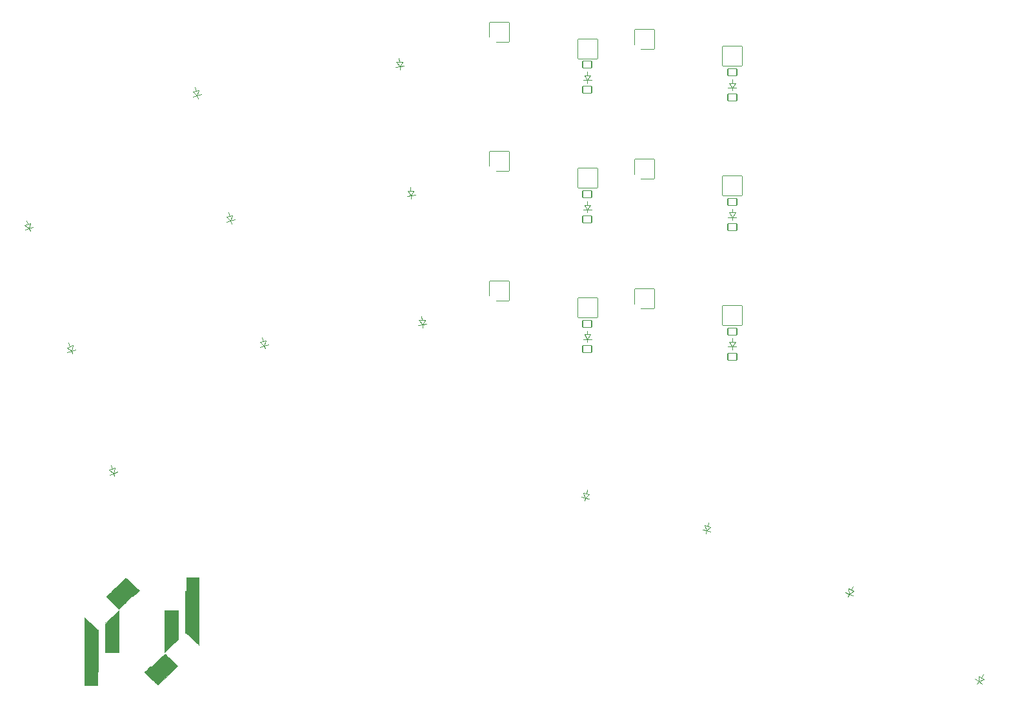
<source format=gbo>
%TF.GenerationSoftware,KiCad,Pcbnew,5.99.0-unknown-fa82fcb809~131~ubuntu20.04.1*%
%TF.CreationDate,2021-09-08T19:53:08+02:00*%
%TF.ProjectId,tuck-n-roll,7475636b-2d6e-42d7-926f-6c6c2e6b6963,VERSION_HERE*%
%TF.SameCoordinates,Original*%
%TF.FileFunction,Legend,Bot*%
%TF.FilePolarity,Positive*%
%FSLAX46Y46*%
G04 Gerber Fmt 4.6, Leading zero omitted, Abs format (unit mm)*
G04 Created by KiCad (PCBNEW 5.99.0-unknown-fa82fcb809~131~ubuntu20.04.1) date 2021-09-08 19:53:08*
%MOMM*%
%LPD*%
G01*
G04 APERTURE LIST*
G04 Aperture macros list*
%AMRoundRect*
0 Rectangle with rounded corners*
0 $1 Rounding radius*
0 $2 $3 $4 $5 $6 $7 $8 $9 X,Y pos of 4 corners*
0 Add a 4 corners polygon primitive as box body*
4,1,4,$2,$3,$4,$5,$6,$7,$8,$9,$2,$3,0*
0 Add four circle primitives for the rounded corners*
1,1,$1+$1,$2,$3*
1,1,$1+$1,$4,$5*
1,1,$1+$1,$6,$7*
1,1,$1+$1,$8,$9*
0 Add four rect primitives between the rounded corners*
20,1,$1+$1,$2,$3,$4,$5,0*
20,1,$1+$1,$4,$5,$6,$7,0*
20,1,$1+$1,$6,$7,$8,$9,0*
20,1,$1+$1,$8,$9,$2,$3,0*%
%AMRotRect*
0 Rectangle, with rotation*
0 The origin of the aperture is its center*
0 $1 length*
0 $2 width*
0 $3 Rotation angle, in degrees counterclockwise*
0 Add horizontal line*
21,1,$1,$2,0,0,$3*%
G04 Aperture macros list end*
%ADD10C,0.100000*%
%ADD11C,0.010000*%
%ADD12RotRect,1.752600X1.752600X233.000000*%
%ADD13C,1.752600*%
%ADD14C,3.529000*%
%ADD15C,1.801800*%
%ADD16C,3.100000*%
%ADD17RoundRect,0.050000X-0.805936X-1.652413X1.652413X-0.805936X0.805936X1.652413X-1.652413X0.805936X0*%
%ADD18C,2.132000*%
%ADD19RoundRect,0.050000X0.713817X-0.230142X0.420805X0.620824X-0.713817X0.230142X-0.420805X-0.620824X0*%
%ADD20RoundRect,0.050000X-0.919239X-1.592168X1.592168X-0.919239X0.919239X1.592168X-1.592168X0.919239X0*%
%ADD21RoundRect,0.050000X0.696024X-0.279375X0.463087X0.589958X-0.696024X0.279375X-0.463087X-0.589958X0*%
%ADD22RoundRect,0.050000X-1.181751X-1.408356X1.408356X-1.181751X1.181751X1.408356X-1.408356X1.181751X0*%
%ADD23RoundRect,0.050000X0.636937X-0.395994X0.558497X0.500581X-0.636937X0.395994X-0.558497X-0.500581X0*%
%ADD24RoundRect,0.050000X-1.300000X-1.300000X1.300000X-1.300000X1.300000X1.300000X-1.300000X1.300000X0*%
%ADD25RoundRect,0.050000X0.600000X-0.450000X0.600000X0.450000X-0.600000X0.450000X-0.600000X-0.450000X0*%
%ADD26RoundRect,0.050000X-1.592168X-0.919239X0.919239X-1.592168X1.592168X0.919239X-0.919239X1.592168X0*%
%ADD27RoundRect,0.050000X0.463087X-0.589958X0.696024X0.279375X-0.463087X0.589958X-0.696024X-0.279375X0*%
%ADD28RoundRect,0.050000X-1.727604X-0.628796X0.628796X-1.727604X1.727604X0.628796X-0.628796X1.727604X0*%
%ADD29RoundRect,0.050000X0.353606X-0.661409X0.733963X0.154268X-0.353606X0.661409X-0.733963X-0.154268X0*%
%ADD30RoundRect,0.050000X-1.810547X-0.319248X0.319248X-1.810547X1.810547X0.319248X-0.319248X1.810547X0*%
%ADD31RoundRect,0.050000X0.233382X-0.712764X0.749601X0.024473X-0.233382X0.712764X-0.749601X-0.024473X0*%
%ADD32RoundRect,0.050000X-0.172474X1.227215X-1.227215X-0.172474X0.172474X-1.227215X1.227215X0.172474X0*%
%ADD33C,1.852600*%
%ADD34C,1.700000*%
%ADD35C,1.600000*%
%ADD36C,0.800000*%
%ADD37C,4.500000*%
G04 APERTURE END LIST*
D10*
%TO.C,D1*%
X2184478Y1996133D02*
X2021694Y2468892D01*
X2562685Y2126360D02*
X2379819Y1428821D01*
X1806271Y1865905D02*
X2562685Y2126360D01*
X2379819Y1428821D02*
X1806271Y1865905D01*
X2379819Y1428821D02*
X2899854Y1607884D01*
X2379819Y1428821D02*
X1859784Y1249759D01*
X2510046Y1050614D02*
X2379819Y1428821D01*
%TO.C,D2*%
X-3350181Y18069949D02*
X-3512965Y18542708D01*
X-2971974Y18200176D02*
X-3154840Y17502637D01*
X-3728388Y17939721D02*
X-2971974Y18200176D01*
X-3154840Y17502637D02*
X-3728388Y17939721D01*
X-3154840Y17502637D02*
X-2634805Y17681700D01*
X-3154840Y17502637D02*
X-3674875Y17323575D01*
X-3024613Y17124430D02*
X-3154840Y17502637D01*
%TO.C,D3*%
X-8884840Y34143765D02*
X-9047624Y34616524D01*
X-8506633Y34273992D02*
X-8689499Y33576453D01*
X-9263047Y34013537D02*
X-8506633Y34273992D01*
X-8689499Y33576453D02*
X-9263047Y34013537D01*
X-8689499Y33576453D02*
X-8169464Y33755516D01*
X-8689499Y33576453D02*
X-9209534Y33397391D01*
X-8559272Y33198246D02*
X-8689499Y33576453D01*
%TO.C,D4*%
X21995505Y18740730D02*
X21866096Y19223693D01*
X22381876Y18844258D02*
X22150797Y18161175D01*
X21609135Y18637203D02*
X22381876Y18844258D01*
X22150797Y18161175D02*
X21609135Y18637203D01*
X22150797Y18161175D02*
X22682056Y18303525D01*
X22150797Y18161175D02*
X21619537Y18018824D01*
X22254324Y17774805D02*
X22150797Y18161175D01*
%TO.C,D5*%
X17595581Y35161469D02*
X17466172Y35644432D01*
X17981952Y35264997D02*
X17750873Y34581914D01*
X17209211Y35057942D02*
X17981952Y35264997D01*
X17750873Y34581914D02*
X17209211Y35057942D01*
X17750873Y34581914D02*
X18282132Y34724264D01*
X17750873Y34581914D02*
X17219613Y34439563D01*
X17854400Y34195544D02*
X17750873Y34581914D01*
%TO.C,D6*%
X13195658Y51582209D02*
X13066249Y52065172D01*
X13582029Y51685737D02*
X13350950Y51002654D01*
X12809288Y51478682D02*
X13582029Y51685737D01*
X13350950Y51002654D02*
X12809288Y51478682D01*
X13350950Y51002654D02*
X13882209Y51145004D01*
X13350950Y51002654D02*
X12819690Y50860303D01*
X13454477Y50616284D02*
X13350950Y51002654D01*
%TO.C,D7*%
X42851899Y21539464D02*
X42808321Y22037561D01*
X43250377Y21574326D02*
X42904193Y20941747D01*
X42453421Y21504601D02*
X43250377Y21574326D01*
X42904193Y20941747D02*
X42453421Y21504601D01*
X42904193Y20941747D02*
X43452100Y20989683D01*
X42904193Y20941747D02*
X42356285Y20893811D01*
X42939055Y20543269D02*
X42904193Y20941747D01*
%TO.C,D8*%
X41370252Y38474774D02*
X41326674Y38972871D01*
X41768730Y38509636D02*
X41422546Y37877057D01*
X40971774Y38439911D02*
X41768730Y38509636D01*
X41422546Y37877057D02*
X40971774Y38439911D01*
X41422546Y37877057D02*
X41970453Y37924993D01*
X41422546Y37877057D02*
X40874638Y37829121D01*
X41457408Y37478579D02*
X41422546Y37877057D01*
%TO.C,D9*%
X39888604Y55410084D02*
X39845026Y55908181D01*
X40287082Y55444946D02*
X39940898Y54812367D01*
X39490126Y55375221D02*
X40287082Y55444946D01*
X39940898Y54812367D02*
X39490126Y55375221D01*
X39940898Y54812367D02*
X40488805Y54860303D01*
X39940898Y54812367D02*
X39392990Y54764431D01*
X39975760Y54413889D02*
X39940898Y54812367D01*
%TO.C,D10*%
X64572091Y19640601D02*
X64572091Y20140601D01*
X64972091Y19640601D02*
X64572091Y19040601D01*
X64172091Y19640601D02*
X64972091Y19640601D01*
X64572091Y19040601D02*
X64172091Y19640601D01*
X64572091Y19040601D02*
X65122091Y19040601D01*
X64572091Y19040601D02*
X64022091Y19040601D01*
X64572091Y18640601D02*
X64572091Y19040601D01*
%TO.C,D11*%
X64572091Y36640601D02*
X64572091Y37140601D01*
X64972091Y36640601D02*
X64572091Y36040601D01*
X64172091Y36640601D02*
X64972091Y36640601D01*
X64572091Y36040601D02*
X64172091Y36640601D01*
X64572091Y36040601D02*
X65122091Y36040601D01*
X64572091Y36040601D02*
X64022091Y36040601D01*
X64572091Y35640601D02*
X64572091Y36040601D01*
%TO.C,D12*%
X64572091Y53640601D02*
X64572091Y54140601D01*
X64972091Y53640601D02*
X64572091Y53040601D01*
X64172091Y53640601D02*
X64972091Y53640601D01*
X64572091Y53040601D02*
X64172091Y53640601D01*
X64572091Y53040601D02*
X65122091Y53040601D01*
X64572091Y53040601D02*
X64022091Y53040601D01*
X64572091Y52640601D02*
X64572091Y53040601D01*
%TO.C,D13*%
X83572091Y18640601D02*
X83572091Y19140601D01*
X83972091Y18640601D02*
X83572091Y18040601D01*
X83172091Y18640601D02*
X83972091Y18640601D01*
X83572091Y18040601D02*
X83172091Y18640601D01*
X83572091Y18040601D02*
X84122091Y18040601D01*
X83572091Y18040601D02*
X83022091Y18040601D01*
X83572091Y17640601D02*
X83572091Y18040601D01*
%TO.C,D14*%
X83572091Y35640601D02*
X83572091Y36140601D01*
X83972091Y35640601D02*
X83572091Y35040601D01*
X83172091Y35640601D02*
X83972091Y35640601D01*
X83572091Y35040601D02*
X83172091Y35640601D01*
X83572091Y35040601D02*
X84122091Y35040601D01*
X83572091Y35040601D02*
X83022091Y35040601D01*
X83572091Y34640601D02*
X83572091Y35040601D01*
%TO.C,D15*%
X83572091Y52640601D02*
X83572091Y53140601D01*
X83972091Y52640601D02*
X83572091Y52040601D01*
X83172091Y52640601D02*
X83972091Y52640601D01*
X83572091Y52040601D02*
X83172091Y52640601D01*
X83572091Y52040601D02*
X84122091Y52040601D01*
X83572091Y52040601D02*
X83022091Y52040601D01*
X83572091Y51640601D02*
X83572091Y52040601D01*
%TO.C,D16*%
X80355684Y-5503175D02*
X80485093Y-5020212D01*
X80742054Y-5606702D02*
X80200392Y-6082730D01*
X79969313Y-5399647D02*
X80742054Y-5606702D01*
X80200392Y-6082730D02*
X79969313Y-5399647D01*
X80200392Y-6082730D02*
X80731652Y-6225081D01*
X80200392Y-6082730D02*
X79669133Y-5940380D01*
X80096865Y-6469100D02*
X80200392Y-6082730D01*
%TO.C,D17*%
X99165197Y-13879640D02*
X99376506Y-13426486D01*
X99527720Y-14048687D02*
X98911626Y-14423425D01*
X98802673Y-13710593D02*
X99527720Y-14048687D01*
X98911626Y-14423425D02*
X98802673Y-13710593D01*
X98911626Y-14423425D02*
X99410095Y-14655865D01*
X98911626Y-14423425D02*
X98413156Y-14190985D01*
X98742578Y-14785948D02*
X98911626Y-14423425D01*
%TO.C,D18*%
X116234393Y-25395085D02*
X116521181Y-24985509D01*
X116562054Y-25624516D02*
X115890247Y-25886576D01*
X115906732Y-25165654D02*
X116562054Y-25624516D01*
X115890247Y-25886576D02*
X115906732Y-25165654D01*
X115890247Y-25886576D02*
X116340781Y-26202043D01*
X115890247Y-25886576D02*
X115439714Y-25571109D01*
X115660817Y-26214237D02*
X115890247Y-25886576D01*
%TO.C,D19*%
X64417908Y-1232661D02*
X64547317Y-749698D01*
X64804278Y-1336188D02*
X64262616Y-1812216D01*
X64031537Y-1129133D02*
X64804278Y-1336188D01*
X64262616Y-1812216D02*
X64031537Y-1129133D01*
X64262616Y-1812216D02*
X64793876Y-1954567D01*
X64262616Y-1812216D02*
X63731357Y-1669866D01*
X64159089Y-2198586D02*
X64262616Y-1812216D01*
D11*
%TO.C,G\u002A\u002A\u002A*%
X4089855Y-12242135D02*
X4134070Y-12281280D01*
X4134070Y-12281280D02*
X4202292Y-12343256D01*
X4202292Y-12343256D02*
X4291166Y-12424914D01*
X4291166Y-12424914D02*
X4397337Y-12523105D01*
X4397337Y-12523105D02*
X4517448Y-12634681D01*
X4517448Y-12634681D02*
X4648143Y-12756494D01*
X4648143Y-12756494D02*
X4786068Y-12885394D01*
X4786068Y-12885394D02*
X4927865Y-13018233D01*
X4927865Y-13018233D02*
X5070179Y-13151863D01*
X5070179Y-13151863D02*
X5209655Y-13283135D01*
X5209655Y-13283135D02*
X5342936Y-13408900D01*
X5342936Y-13408900D02*
X5466667Y-13526010D01*
X5466667Y-13526010D02*
X5577492Y-13631317D01*
X5577492Y-13631317D02*
X5672055Y-13721671D01*
X5672055Y-13721671D02*
X5747000Y-13793924D01*
X5747000Y-13793924D02*
X5798971Y-13844928D01*
X5798971Y-13844928D02*
X5824613Y-13871534D01*
X5824613Y-13871534D02*
X5826701Y-13874359D01*
X5826701Y-13874359D02*
X5812528Y-13890686D01*
X5812528Y-13890686D02*
X5769691Y-13933917D01*
X5769691Y-13933917D02*
X5700374Y-14001965D01*
X5700374Y-14001965D02*
X5606756Y-14092739D01*
X5606756Y-14092739D02*
X5491020Y-14204149D01*
X5491020Y-14204149D02*
X5355347Y-14334106D01*
X5355347Y-14334106D02*
X5201918Y-14480519D01*
X5201918Y-14480519D02*
X5032916Y-14641300D01*
X5032916Y-14641300D02*
X4850521Y-14814357D01*
X4850521Y-14814357D02*
X4656914Y-14997601D01*
X4656914Y-14997601D02*
X4466743Y-15177186D01*
X4466743Y-15177186D02*
X3100917Y-16465581D01*
X3100917Y-16465581D02*
X3100917Y-22150917D01*
X3100917Y-22150917D02*
X1322917Y-22150917D01*
X1322917Y-22150917D02*
X1322917Y-18111903D01*
X1322917Y-18111903D02*
X2192198Y-17291544D01*
X2192198Y-17291544D02*
X3061478Y-16471184D01*
X3061478Y-16471184D02*
X2980656Y-16392788D01*
X2980656Y-16392788D02*
X2949512Y-16362998D01*
X2949512Y-16362998D02*
X2890857Y-16307306D01*
X2890857Y-16307306D02*
X2807996Y-16228836D01*
X2807996Y-16228836D02*
X2704235Y-16130711D01*
X2704235Y-16130711D02*
X2582877Y-16016056D01*
X2582877Y-16016056D02*
X2447229Y-15887993D01*
X2447229Y-15887993D02*
X2300595Y-15749646D01*
X2300595Y-15749646D02*
X2146281Y-15604139D01*
X2146281Y-15604139D02*
X2116667Y-15576225D01*
X2116667Y-15576225D02*
X1964446Y-15432472D01*
X1964446Y-15432472D02*
X1821987Y-15297395D01*
X1821987Y-15297395D02*
X1692189Y-15173785D01*
X1692189Y-15173785D02*
X1577955Y-15064430D01*
X1577955Y-15064430D02*
X1482184Y-14972117D01*
X1482184Y-14972117D02*
X1407779Y-14899637D01*
X1407779Y-14899637D02*
X1357641Y-14849776D01*
X1357641Y-14849776D02*
X1334669Y-14825325D01*
X1334669Y-14825325D02*
X1333500Y-14823422D01*
X1333500Y-14823422D02*
X1348463Y-14807520D01*
X1348463Y-14807520D02*
X1391573Y-14765119D01*
X1391573Y-14765119D02*
X1460161Y-14698746D01*
X1460161Y-14698746D02*
X1551560Y-14610928D01*
X1551560Y-14610928D02*
X1663100Y-14504192D01*
X1663100Y-14504192D02*
X1792114Y-14381066D01*
X1792114Y-14381066D02*
X1935932Y-14244076D01*
X1935932Y-14244076D02*
X2091887Y-14095750D01*
X2091887Y-14095750D02*
X2257310Y-13938615D01*
X2257310Y-13938615D02*
X2429533Y-13775198D01*
X2429533Y-13775198D02*
X2605886Y-13608026D01*
X2605886Y-13608026D02*
X2783703Y-13439626D01*
X2783703Y-13439626D02*
X2960314Y-13272525D01*
X2960314Y-13272525D02*
X3133050Y-13109250D01*
X3133050Y-13109250D02*
X3299245Y-12952330D01*
X3299245Y-12952330D02*
X3456228Y-12804290D01*
X3456228Y-12804290D02*
X3601332Y-12667657D01*
X3601332Y-12667657D02*
X3731888Y-12544960D01*
X3731888Y-12544960D02*
X3845228Y-12438725D01*
X3845228Y-12438725D02*
X3938684Y-12351479D01*
X3938684Y-12351479D02*
X4009587Y-12285750D01*
X4009587Y-12285750D02*
X4055268Y-12244064D01*
X4055268Y-12244064D02*
X4073005Y-12228969D01*
X4073005Y-12228969D02*
X4089855Y-12242135D01*
X4089855Y-12242135D02*
X4089855Y-12242135D01*
G36*
X4089855Y-12242135D02*
G01*
X4134070Y-12281280D01*
X4202292Y-12343256D01*
X4291166Y-12424914D01*
X4397337Y-12523105D01*
X4517448Y-12634681D01*
X4648143Y-12756494D01*
X4786068Y-12885394D01*
X4927865Y-13018233D01*
X5070179Y-13151863D01*
X5209655Y-13283135D01*
X5342936Y-13408900D01*
X5466667Y-13526010D01*
X5577492Y-13631317D01*
X5672055Y-13721671D01*
X5747000Y-13793924D01*
X5798971Y-13844928D01*
X5824613Y-13871534D01*
X5826701Y-13874359D01*
X5812528Y-13890686D01*
X5769691Y-13933917D01*
X5700374Y-14001965D01*
X5606756Y-14092739D01*
X5491020Y-14204149D01*
X5355347Y-14334106D01*
X5201918Y-14480519D01*
X5032916Y-14641300D01*
X4850521Y-14814357D01*
X4656914Y-14997601D01*
X4466743Y-15177186D01*
X3100917Y-16465581D01*
X3100917Y-22150917D01*
X1322917Y-22150917D01*
X1322917Y-18111903D01*
X2192198Y-17291544D01*
X3061478Y-16471184D01*
X2980656Y-16392788D01*
X2949512Y-16362998D01*
X2890857Y-16307306D01*
X2807996Y-16228836D01*
X2704235Y-16130711D01*
X2582877Y-16016056D01*
X2447229Y-15887993D01*
X2300595Y-15749646D01*
X2146281Y-15604139D01*
X2116667Y-15576225D01*
X1964446Y-15432472D01*
X1821987Y-15297395D01*
X1692189Y-15173785D01*
X1577955Y-15064430D01*
X1482184Y-14972117D01*
X1407779Y-14899637D01*
X1357641Y-14849776D01*
X1334669Y-14825325D01*
X1333500Y-14823422D01*
X1348463Y-14807520D01*
X1391573Y-14765119D01*
X1460161Y-14698746D01*
X1551560Y-14610928D01*
X1663100Y-14504192D01*
X1792114Y-14381066D01*
X1935932Y-14244076D01*
X2091887Y-14095750D01*
X2257310Y-13938615D01*
X2429533Y-13775198D01*
X2605886Y-13608026D01*
X2783703Y-13439626D01*
X2960314Y-13272525D01*
X3133050Y-13109250D01*
X3299245Y-12952330D01*
X3456228Y-12804290D01*
X3601332Y-12667657D01*
X3731888Y-12544960D01*
X3845228Y-12438725D01*
X3938684Y-12351479D01*
X4009587Y-12285750D01*
X4055268Y-12244064D01*
X4073005Y-12228969D01*
X4089855Y-12242135D01*
G37*
X4089855Y-12242135D02*
X4134070Y-12281280D01*
X4202292Y-12343256D01*
X4291166Y-12424914D01*
X4397337Y-12523105D01*
X4517448Y-12634681D01*
X4648143Y-12756494D01*
X4786068Y-12885394D01*
X4927865Y-13018233D01*
X5070179Y-13151863D01*
X5209655Y-13283135D01*
X5342936Y-13408900D01*
X5466667Y-13526010D01*
X5577492Y-13631317D01*
X5672055Y-13721671D01*
X5747000Y-13793924D01*
X5798971Y-13844928D01*
X5824613Y-13871534D01*
X5826701Y-13874359D01*
X5812528Y-13890686D01*
X5769691Y-13933917D01*
X5700374Y-14001965D01*
X5606756Y-14092739D01*
X5491020Y-14204149D01*
X5355347Y-14334106D01*
X5201918Y-14480519D01*
X5032916Y-14641300D01*
X4850521Y-14814357D01*
X4656914Y-14997601D01*
X4466743Y-15177186D01*
X3100917Y-16465581D01*
X3100917Y-22150917D01*
X1322917Y-22150917D01*
X1322917Y-18111903D01*
X2192198Y-17291544D01*
X3061478Y-16471184D01*
X2980656Y-16392788D01*
X2949512Y-16362998D01*
X2890857Y-16307306D01*
X2807996Y-16228836D01*
X2704235Y-16130711D01*
X2582877Y-16016056D01*
X2447229Y-15887993D01*
X2300595Y-15749646D01*
X2146281Y-15604139D01*
X2116667Y-15576225D01*
X1964446Y-15432472D01*
X1821987Y-15297395D01*
X1692189Y-15173785D01*
X1577955Y-15064430D01*
X1482184Y-14972117D01*
X1407779Y-14899637D01*
X1357641Y-14849776D01*
X1334669Y-14825325D01*
X1333500Y-14823422D01*
X1348463Y-14807520D01*
X1391573Y-14765119D01*
X1460161Y-14698746D01*
X1551560Y-14610928D01*
X1663100Y-14504192D01*
X1792114Y-14381066D01*
X1935932Y-14244076D01*
X2091887Y-14095750D01*
X2257310Y-13938615D01*
X2429533Y-13775198D01*
X2605886Y-13608026D01*
X2783703Y-13439626D01*
X2960314Y-13272525D01*
X3133050Y-13109250D01*
X3299245Y-12952330D01*
X3456228Y-12804290D01*
X3601332Y-12667657D01*
X3731888Y-12544960D01*
X3845228Y-12438725D01*
X3938684Y-12351479D01*
X4009587Y-12285750D01*
X4055268Y-12244064D01*
X4073005Y-12228969D01*
X4089855Y-12242135D01*
X-524196Y-18206390D02*
X348607Y-19028834D01*
X348607Y-19028834D02*
X348929Y-22706542D01*
X348929Y-22706542D02*
X349250Y-26384250D01*
X349250Y-26384250D02*
X-527917Y-26384250D01*
X-527917Y-26384250D02*
X-716284Y-26383880D01*
X-716284Y-26383880D02*
X-891099Y-26382822D01*
X-891099Y-26382822D02*
X-1047914Y-26381156D01*
X-1047914Y-26381156D02*
X-1182286Y-26378963D01*
X-1182286Y-26378963D02*
X-1289767Y-26376321D01*
X-1289767Y-26376321D02*
X-1365912Y-26373312D01*
X-1365912Y-26373312D02*
X-1406275Y-26370014D01*
X-1406275Y-26370014D02*
X-1411626Y-26368375D01*
X-1411626Y-26368375D02*
X-1412207Y-26345985D01*
X-1412207Y-26345985D02*
X-1412677Y-26283218D01*
X-1412677Y-26283218D02*
X-1413037Y-26182030D01*
X-1413037Y-26182030D02*
X-1413288Y-26044377D01*
X-1413288Y-26044377D02*
X-1413433Y-25872216D01*
X-1413433Y-25872216D02*
X-1413472Y-25667502D01*
X-1413472Y-25667502D02*
X-1413409Y-25432191D01*
X-1413409Y-25432191D02*
X-1413244Y-25168240D01*
X-1413244Y-25168240D02*
X-1412979Y-24877605D01*
X-1412979Y-24877605D02*
X-1412617Y-24562242D01*
X-1412617Y-24562242D02*
X-1412158Y-24224107D01*
X-1412158Y-24224107D02*
X-1411605Y-23865156D01*
X-1411605Y-23865156D02*
X-1410959Y-23487346D01*
X-1410959Y-23487346D02*
X-1410222Y-23092631D01*
X-1410222Y-23092631D02*
X-1409397Y-22682970D01*
X-1409397Y-22682970D02*
X-1408483Y-22260317D01*
X-1408483Y-22260317D02*
X-1407583Y-21868223D01*
X-1407583Y-21868223D02*
X-1397000Y-17383946D01*
X-1397000Y-17383946D02*
X-524196Y-18206390D01*
X-524196Y-18206390D02*
X-524196Y-18206390D01*
G36*
X-524196Y-18206390D02*
G01*
X348607Y-19028834D01*
X348929Y-22706542D01*
X349250Y-26384250D01*
X-527917Y-26384250D01*
X-716284Y-26383880D01*
X-891099Y-26382822D01*
X-1047914Y-26381156D01*
X-1182286Y-26378963D01*
X-1289767Y-26376321D01*
X-1365912Y-26373312D01*
X-1406275Y-26370014D01*
X-1411626Y-26368375D01*
X-1412207Y-26345985D01*
X-1412677Y-26283218D01*
X-1413037Y-26182030D01*
X-1413288Y-26044377D01*
X-1413433Y-25872216D01*
X-1413472Y-25667502D01*
X-1413409Y-25432191D01*
X-1413244Y-25168240D01*
X-1412979Y-24877605D01*
X-1412617Y-24562242D01*
X-1412158Y-24224107D01*
X-1411605Y-23865156D01*
X-1410959Y-23487346D01*
X-1410222Y-23092631D01*
X-1409397Y-22682970D01*
X-1408483Y-22260317D01*
X-1407583Y-21868223D01*
X-1397000Y-17383946D01*
X-524196Y-18206390D01*
G37*
X-524196Y-18206390D02*
X348607Y-19028834D01*
X348929Y-22706542D01*
X349250Y-26384250D01*
X-527917Y-26384250D01*
X-716284Y-26383880D01*
X-891099Y-26382822D01*
X-1047914Y-26381156D01*
X-1182286Y-26378963D01*
X-1289767Y-26376321D01*
X-1365912Y-26373312D01*
X-1406275Y-26370014D01*
X-1411626Y-26368375D01*
X-1412207Y-26345985D01*
X-1412677Y-26283218D01*
X-1413037Y-26182030D01*
X-1413288Y-26044377D01*
X-1413433Y-25872216D01*
X-1413472Y-25667502D01*
X-1413409Y-25432191D01*
X-1413244Y-25168240D01*
X-1412979Y-24877605D01*
X-1412617Y-24562242D01*
X-1412158Y-24224107D01*
X-1411605Y-23865156D01*
X-1410959Y-23487346D01*
X-1410222Y-23092631D01*
X-1409397Y-22682970D01*
X-1408483Y-22260317D01*
X-1407583Y-21868223D01*
X-1397000Y-17383946D01*
X-524196Y-18206390D01*
X13599584Y-16721667D02*
X13599510Y-17154794D01*
X13599510Y-17154794D02*
X13599294Y-17576557D01*
X13599294Y-17576557D02*
X13598942Y-17985014D01*
X13598942Y-17985014D02*
X13598461Y-18378222D01*
X13598461Y-18378222D02*
X13597859Y-18754236D01*
X13597859Y-18754236D02*
X13597141Y-19111115D01*
X13597141Y-19111115D02*
X13596315Y-19446915D01*
X13596315Y-19446915D02*
X13595388Y-19759692D01*
X13595388Y-19759692D02*
X13594366Y-20047504D01*
X13594366Y-20047504D02*
X13593257Y-20308407D01*
X13593257Y-20308407D02*
X13592067Y-20540458D01*
X13592067Y-20540458D02*
X13590802Y-20741715D01*
X13590802Y-20741715D02*
X13589471Y-20910233D01*
X13589471Y-20910233D02*
X13588080Y-21044071D01*
X13588080Y-21044071D02*
X13586635Y-21141284D01*
X13586635Y-21141284D02*
X13585143Y-21199929D01*
X13585143Y-21199929D02*
X13583709Y-21218154D01*
X13583709Y-21218154D02*
X13565838Y-21203734D01*
X13565838Y-21203734D02*
X13520073Y-21162746D01*
X13520073Y-21162746D02*
X13449204Y-21097789D01*
X13449204Y-21097789D02*
X13356019Y-21011462D01*
X13356019Y-21011462D02*
X13243308Y-20906363D01*
X13243308Y-20906363D02*
X13113858Y-20785091D01*
X13113858Y-20785091D02*
X12970459Y-20650244D01*
X12970459Y-20650244D02*
X12815901Y-20504423D01*
X12815901Y-20504423D02*
X12694709Y-20389770D01*
X12694709Y-20389770D02*
X11821584Y-19562816D01*
X11821584Y-19562816D02*
X11821584Y-12223750D01*
X11821584Y-12223750D02*
X13599584Y-12223750D01*
X13599584Y-12223750D02*
X13599584Y-16721667D01*
X13599584Y-16721667D02*
X13599584Y-16721667D01*
G36*
X13599584Y-16721667D02*
G01*
X13599510Y-17154794D01*
X13599294Y-17576557D01*
X13598942Y-17985014D01*
X13598461Y-18378222D01*
X13597859Y-18754236D01*
X13597141Y-19111115D01*
X13596315Y-19446915D01*
X13595388Y-19759692D01*
X13594366Y-20047504D01*
X13593257Y-20308407D01*
X13592067Y-20540458D01*
X13590802Y-20741715D01*
X13589471Y-20910233D01*
X13588080Y-21044071D01*
X13586635Y-21141284D01*
X13585143Y-21199929D01*
X13583709Y-21218154D01*
X13565838Y-21203734D01*
X13520073Y-21162746D01*
X13449204Y-21097789D01*
X13356019Y-21011462D01*
X13243308Y-20906363D01*
X13113858Y-20785091D01*
X12970459Y-20650244D01*
X12815901Y-20504423D01*
X12694709Y-20389770D01*
X11821584Y-19562816D01*
X11821584Y-12223750D01*
X13599584Y-12223750D01*
X13599584Y-16721667D01*
G37*
X13599584Y-16721667D02*
X13599510Y-17154794D01*
X13599294Y-17576557D01*
X13598942Y-17985014D01*
X13598461Y-18378222D01*
X13597859Y-18754236D01*
X13597141Y-19111115D01*
X13596315Y-19446915D01*
X13595388Y-19759692D01*
X13594366Y-20047504D01*
X13593257Y-20308407D01*
X13592067Y-20540458D01*
X13590802Y-20741715D01*
X13589471Y-20910233D01*
X13588080Y-21044071D01*
X13586635Y-21141284D01*
X13585143Y-21199929D01*
X13583709Y-21218154D01*
X13565838Y-21203734D01*
X13520073Y-21162746D01*
X13449204Y-21097789D01*
X13356019Y-21011462D01*
X13243308Y-20906363D01*
X13113858Y-20785091D01*
X12970459Y-20650244D01*
X12815901Y-20504423D01*
X12694709Y-20389770D01*
X11821584Y-19562816D01*
X11821584Y-12223750D01*
X13599584Y-12223750D01*
X13599584Y-16721667D01*
X10869084Y-20491282D02*
X10002939Y-21305225D01*
X10002939Y-21305225D02*
X9842501Y-21456201D01*
X9842501Y-21456201D02*
X9691640Y-21598567D01*
X9691640Y-21598567D02*
X9553128Y-21729681D01*
X9553128Y-21729681D02*
X9429732Y-21846903D01*
X9429732Y-21846903D02*
X9324222Y-21947592D01*
X9324222Y-21947592D02*
X9239367Y-22029107D01*
X9239367Y-22029107D02*
X9177937Y-22088808D01*
X9177937Y-22088808D02*
X9142702Y-22124054D01*
X9142702Y-22124054D02*
X9135106Y-22132756D01*
X9135106Y-22132756D02*
X9149748Y-22149387D01*
X9149748Y-22149387D02*
X9192487Y-22192381D01*
X9192487Y-22192381D02*
X9260579Y-22259100D01*
X9260579Y-22259100D02*
X9351281Y-22346906D01*
X9351281Y-22346906D02*
X9461849Y-22453160D01*
X9461849Y-22453160D02*
X9589541Y-22575224D01*
X9589541Y-22575224D02*
X9731615Y-22710459D01*
X9731615Y-22710459D02*
X9885326Y-22856229D01*
X9885326Y-22856229D02*
X10002252Y-22966779D01*
X10002252Y-22966779D02*
X10162261Y-23118399D01*
X10162261Y-23118399D02*
X10312149Y-23261444D01*
X10312149Y-23261444D02*
X10449228Y-23393281D01*
X10449228Y-23393281D02*
X10570811Y-23511277D01*
X10570811Y-23511277D02*
X10674211Y-23612798D01*
X10674211Y-23612798D02*
X10756741Y-23695209D01*
X10756741Y-23695209D02*
X10815713Y-23755879D01*
X10815713Y-23755879D02*
X10848441Y-23792172D01*
X10848441Y-23792172D02*
X10854210Y-23801767D01*
X10854210Y-23801767D02*
X10836591Y-23818158D01*
X10836591Y-23818158D02*
X10790422Y-23861449D01*
X10790422Y-23861449D02*
X10717965Y-23929509D01*
X10717965Y-23929509D02*
X10621484Y-24020210D01*
X10621484Y-24020210D02*
X10503242Y-24131423D01*
X10503242Y-24131423D02*
X10365501Y-24261017D01*
X10365501Y-24261017D02*
X10210525Y-24406864D01*
X10210525Y-24406864D02*
X10040578Y-24566836D01*
X10040578Y-24566836D02*
X9857921Y-24738801D01*
X9857921Y-24738801D02*
X9664819Y-24920633D01*
X9664819Y-24920633D02*
X9513390Y-25063243D01*
X9513390Y-25063243D02*
X9313152Y-25251793D01*
X9313152Y-25251793D02*
X9121101Y-25432556D01*
X9121101Y-25432556D02*
X8939560Y-25603351D01*
X8939560Y-25603351D02*
X8770856Y-25761993D01*
X8770856Y-25761993D02*
X8617311Y-25906298D01*
X8617311Y-25906298D02*
X8481251Y-26034085D01*
X8481251Y-26034085D02*
X8365000Y-26143168D01*
X8365000Y-26143168D02*
X8270883Y-26231365D01*
X8270883Y-26231365D02*
X8201224Y-26296493D01*
X8201224Y-26296493D02*
X8158347Y-26336367D01*
X8158347Y-26336367D02*
X8145284Y-26348285D01*
X8145284Y-26348285D02*
X8135265Y-26355887D01*
X8135265Y-26355887D02*
X8123960Y-26359653D01*
X8123960Y-26359653D02*
X8108876Y-26357450D01*
X8108876Y-26357450D02*
X8087520Y-26347145D01*
X8087520Y-26347145D02*
X8057401Y-26326604D01*
X8057401Y-26326604D02*
X8016026Y-26293696D01*
X8016026Y-26293696D02*
X7960903Y-26246286D01*
X7960903Y-26246286D02*
X7889539Y-26182242D01*
X7889539Y-26182242D02*
X7799443Y-26099430D01*
X7799443Y-26099430D02*
X7688122Y-25995718D01*
X7688122Y-25995718D02*
X7553083Y-25868972D01*
X7553083Y-25868972D02*
X7391835Y-25717060D01*
X7391835Y-25717060D02*
X7236144Y-25570175D01*
X7236144Y-25570175D02*
X7075780Y-25418623D01*
X7075780Y-25418623D02*
X6924834Y-25275534D01*
X6924834Y-25275534D02*
X6786090Y-25143576D01*
X6786090Y-25143576D02*
X6662333Y-25025420D01*
X6662333Y-25025420D02*
X6556346Y-24923732D01*
X6556346Y-24923732D02*
X6470913Y-24841183D01*
X6470913Y-24841183D02*
X6408819Y-24780442D01*
X6408819Y-24780442D02*
X6372847Y-24744176D01*
X6372847Y-24744176D02*
X6364706Y-24734801D01*
X6364706Y-24734801D02*
X6378801Y-24717775D01*
X6378801Y-24717775D02*
X6421578Y-24673875D01*
X6421578Y-24673875D02*
X6490855Y-24605197D01*
X6490855Y-24605197D02*
X6584451Y-24513841D01*
X6584451Y-24513841D02*
X6700182Y-24401904D01*
X6700182Y-24401904D02*
X6835865Y-24271485D01*
X6835865Y-24271485D02*
X6989320Y-24124681D01*
X6989320Y-24124681D02*
X7158363Y-23963591D01*
X7158363Y-23963591D02*
X7340811Y-23790313D01*
X7340811Y-23790313D02*
X7534483Y-23606945D01*
X7534483Y-23606945D02*
X7724032Y-23427994D01*
X7724032Y-23427994D02*
X9089818Y-22140334D01*
X9089818Y-22140334D02*
X9091084Y-16457084D01*
X9091084Y-16457084D02*
X10869084Y-16457084D01*
X10869084Y-16457084D02*
X10869084Y-20491282D01*
X10869084Y-20491282D02*
X10869084Y-20491282D01*
G36*
X10869084Y-20491282D02*
G01*
X10002939Y-21305225D01*
X9842501Y-21456201D01*
X9691640Y-21598567D01*
X9553128Y-21729681D01*
X9429732Y-21846903D01*
X9324222Y-21947592D01*
X9239367Y-22029107D01*
X9177937Y-22088808D01*
X9142702Y-22124054D01*
X9135106Y-22132756D01*
X9149748Y-22149387D01*
X9192487Y-22192381D01*
X9260579Y-22259100D01*
X9351281Y-22346906D01*
X9461849Y-22453160D01*
X9589541Y-22575224D01*
X9731615Y-22710459D01*
X9885326Y-22856229D01*
X10002252Y-22966779D01*
X10162261Y-23118399D01*
X10312149Y-23261444D01*
X10449228Y-23393281D01*
X10570811Y-23511277D01*
X10674211Y-23612798D01*
X10756741Y-23695209D01*
X10815713Y-23755879D01*
X10848441Y-23792172D01*
X10854210Y-23801767D01*
X10836591Y-23818158D01*
X10790422Y-23861449D01*
X10717965Y-23929509D01*
X10621484Y-24020210D01*
X10503242Y-24131423D01*
X10365501Y-24261017D01*
X10210525Y-24406864D01*
X10040578Y-24566836D01*
X9857921Y-24738801D01*
X9664819Y-24920633D01*
X9513390Y-25063243D01*
X9313152Y-25251793D01*
X9121101Y-25432556D01*
X8939560Y-25603351D01*
X8770856Y-25761993D01*
X8617311Y-25906298D01*
X8481251Y-26034085D01*
X8365000Y-26143168D01*
X8270883Y-26231365D01*
X8201224Y-26296493D01*
X8158347Y-26336367D01*
X8145284Y-26348285D01*
X8135265Y-26355887D01*
X8123960Y-26359653D01*
X8108876Y-26357450D01*
X8087520Y-26347145D01*
X8057401Y-26326604D01*
X8016026Y-26293696D01*
X7960903Y-26246286D01*
X7889539Y-26182242D01*
X7799443Y-26099430D01*
X7688122Y-25995718D01*
X7553083Y-25868972D01*
X7391835Y-25717060D01*
X7236144Y-25570175D01*
X7075780Y-25418623D01*
X6924834Y-25275534D01*
X6786090Y-25143576D01*
X6662333Y-25025420D01*
X6556346Y-24923732D01*
X6470913Y-24841183D01*
X6408819Y-24780442D01*
X6372847Y-24744176D01*
X6364706Y-24734801D01*
X6378801Y-24717775D01*
X6421578Y-24673875D01*
X6490855Y-24605197D01*
X6584451Y-24513841D01*
X6700182Y-24401904D01*
X6835865Y-24271485D01*
X6989320Y-24124681D01*
X7158363Y-23963591D01*
X7340811Y-23790313D01*
X7534483Y-23606945D01*
X7724032Y-23427994D01*
X9089818Y-22140334D01*
X9091084Y-16457084D01*
X10869084Y-16457084D01*
X10869084Y-20491282D01*
G37*
X10869084Y-20491282D02*
X10002939Y-21305225D01*
X9842501Y-21456201D01*
X9691640Y-21598567D01*
X9553128Y-21729681D01*
X9429732Y-21846903D01*
X9324222Y-21947592D01*
X9239367Y-22029107D01*
X9177937Y-22088808D01*
X9142702Y-22124054D01*
X9135106Y-22132756D01*
X9149748Y-22149387D01*
X9192487Y-22192381D01*
X9260579Y-22259100D01*
X9351281Y-22346906D01*
X9461849Y-22453160D01*
X9589541Y-22575224D01*
X9731615Y-22710459D01*
X9885326Y-22856229D01*
X10002252Y-22966779D01*
X10162261Y-23118399D01*
X10312149Y-23261444D01*
X10449228Y-23393281D01*
X10570811Y-23511277D01*
X10674211Y-23612798D01*
X10756741Y-23695209D01*
X10815713Y-23755879D01*
X10848441Y-23792172D01*
X10854210Y-23801767D01*
X10836591Y-23818158D01*
X10790422Y-23861449D01*
X10717965Y-23929509D01*
X10621484Y-24020210D01*
X10503242Y-24131423D01*
X10365501Y-24261017D01*
X10210525Y-24406864D01*
X10040578Y-24566836D01*
X9857921Y-24738801D01*
X9664819Y-24920633D01*
X9513390Y-25063243D01*
X9313152Y-25251793D01*
X9121101Y-25432556D01*
X8939560Y-25603351D01*
X8770856Y-25761993D01*
X8617311Y-25906298D01*
X8481251Y-26034085D01*
X8365000Y-26143168D01*
X8270883Y-26231365D01*
X8201224Y-26296493D01*
X8158347Y-26336367D01*
X8145284Y-26348285D01*
X8135265Y-26355887D01*
X8123960Y-26359653D01*
X8108876Y-26357450D01*
X8087520Y-26347145D01*
X8057401Y-26326604D01*
X8016026Y-26293696D01*
X7960903Y-26246286D01*
X7889539Y-26182242D01*
X7799443Y-26099430D01*
X7688122Y-25995718D01*
X7553083Y-25868972D01*
X7391835Y-25717060D01*
X7236144Y-25570175D01*
X7075780Y-25418623D01*
X6924834Y-25275534D01*
X6786090Y-25143576D01*
X6662333Y-25025420D01*
X6556346Y-24923732D01*
X6470913Y-24841183D01*
X6408819Y-24780442D01*
X6372847Y-24744176D01*
X6364706Y-24734801D01*
X6378801Y-24717775D01*
X6421578Y-24673875D01*
X6490855Y-24605197D01*
X6584451Y-24513841D01*
X6700182Y-24401904D01*
X6835865Y-24271485D01*
X6989320Y-24124681D01*
X7158363Y-23963591D01*
X7340811Y-23790313D01*
X7534483Y-23606945D01*
X7724032Y-23427994D01*
X9089818Y-22140334D01*
X9091084Y-16457084D01*
X10869084Y-16457084D01*
X10869084Y-20491282D01*
%TD*%
D12*
%TO.C,MCU1*%
X105643844Y60133370D03*
D13*
X104115234Y58104835D03*
X102586624Y56076301D03*
X101058014Y54047767D03*
X99529404Y52019233D03*
X98000793Y49990699D03*
X96472183Y47962164D03*
X94943573Y45933630D03*
X93414963Y43905096D03*
X91886353Y41876562D03*
X90357743Y39848028D03*
X88829133Y37819493D03*
X117815049Y50961709D03*
X116286439Y48933174D03*
X114757829Y46904640D03*
X113229219Y44876106D03*
X111700609Y42847572D03*
X110171999Y40819038D03*
X108643389Y38790503D03*
X107114778Y36761969D03*
X105586168Y34733435D03*
X104057558Y32704901D03*
X102528948Y30676367D03*
X101000338Y28647832D03*
%TD*%
%LPC*%
D11*
%TO.C,G\u002A\u002A\u002A*%
X10869084Y-16478250D02*
X3082600Y-16478250D01*
X3082600Y-16478250D02*
X1726130Y-17758834D01*
X1726130Y-17758834D02*
X1524366Y-17949119D01*
X1524366Y-17949119D02*
X1331270Y-18130860D01*
X1331270Y-18130860D02*
X1149071Y-18301978D01*
X1149071Y-18301978D02*
X980000Y-18460396D01*
X980000Y-18460396D02*
X826286Y-18604039D01*
X826286Y-18604039D02*
X690157Y-18730827D01*
X690157Y-18730827D02*
X573845Y-18838685D01*
X573845Y-18838685D02*
X479579Y-18925535D01*
X479579Y-18925535D02*
X409589Y-18989301D01*
X409589Y-18989301D02*
X366103Y-19027904D01*
X366103Y-19027904D02*
X351474Y-19039417D01*
X351474Y-19039417D02*
X333044Y-19025312D01*
X333044Y-19025312D02*
X286765Y-18984778D01*
X286765Y-18984778D02*
X215533Y-18920482D01*
X215533Y-18920482D02*
X122245Y-18835096D01*
X122245Y-18835096D02*
X9797Y-18731286D01*
X9797Y-18731286D02*
X-118913Y-18611724D01*
X-118913Y-18611724D02*
X-260989Y-18479077D01*
X-260989Y-18479077D02*
X-413534Y-18336015D01*
X-413534Y-18336015D02*
X-489522Y-18264525D01*
X-489522Y-18264525D02*
X-647443Y-18115783D01*
X-647443Y-18115783D02*
X-797219Y-17974676D01*
X-797219Y-17974676D02*
X-935801Y-17844080D01*
X-935801Y-17844080D02*
X-1060137Y-17726873D01*
X-1060137Y-17726873D02*
X-1167178Y-17625929D01*
X-1167178Y-17625929D02*
X-1253872Y-17544127D01*
X-1253872Y-17544127D02*
X-1317169Y-17484343D01*
X-1317169Y-17484343D02*
X-1354018Y-17449453D01*
X-1354018Y-17449453D02*
X-1361008Y-17442785D01*
X-1361008Y-17442785D02*
X-1409684Y-17395938D01*
X-1409684Y-17395938D02*
X-162138Y-16218475D01*
X-162138Y-16218475D02*
X34558Y-16032856D01*
X34558Y-16032856D02*
X224845Y-15853340D01*
X224845Y-15853340D02*
X406114Y-15682385D01*
X406114Y-15682385D02*
X575757Y-15522447D01*
X575757Y-15522447D02*
X731164Y-15375984D01*
X731164Y-15375984D02*
X869728Y-15245455D01*
X869728Y-15245455D02*
X988840Y-15133318D01*
X988840Y-15133318D02*
X1085890Y-15042029D01*
X1085890Y-15042029D02*
X1158271Y-14974047D01*
X1158271Y-14974047D02*
X1203373Y-14931829D01*
X1203373Y-14931829D02*
X1212079Y-14923737D01*
X1212079Y-14923737D02*
X1338749Y-14806462D01*
X1338749Y-14806462D02*
X2212694Y-15630784D01*
X2212694Y-15630784D02*
X3086639Y-16455105D01*
X3086639Y-16455105D02*
X3405986Y-16151995D01*
X3405986Y-16151995D02*
X3501491Y-16061404D01*
X3501491Y-16061404D02*
X3621067Y-15948071D01*
X3621067Y-15948071D02*
X3758023Y-15818335D01*
X3758023Y-15818335D02*
X3905665Y-15678533D01*
X3905665Y-15678533D02*
X4057300Y-15535003D01*
X4057300Y-15535003D02*
X4206235Y-15394084D01*
X4206235Y-15394084D02*
X4275667Y-15328412D01*
X4275667Y-15328412D02*
X4826000Y-14807939D01*
X4826000Y-14807939D02*
X7847542Y-14807011D01*
X7847542Y-14807011D02*
X10869084Y-14806084D01*
X10869084Y-14806084D02*
X10869084Y-16478250D01*
X10869084Y-16478250D02*
X10869084Y-16478250D01*
G36*
X10869084Y-16478250D02*
G01*
X3082600Y-16478250D01*
X1726130Y-17758834D01*
X1524366Y-17949119D01*
X1331270Y-18130860D01*
X1149071Y-18301978D01*
X980000Y-18460396D01*
X826286Y-18604039D01*
X690157Y-18730827D01*
X573845Y-18838685D01*
X479579Y-18925535D01*
X409589Y-18989301D01*
X366103Y-19027904D01*
X351474Y-19039417D01*
X333044Y-19025312D01*
X286765Y-18984778D01*
X215533Y-18920482D01*
X122245Y-18835096D01*
X9797Y-18731286D01*
X-118913Y-18611724D01*
X-260989Y-18479077D01*
X-413534Y-18336015D01*
X-489522Y-18264525D01*
X-647443Y-18115783D01*
X-797219Y-17974676D01*
X-935801Y-17844080D01*
X-1060137Y-17726873D01*
X-1167178Y-17625929D01*
X-1253872Y-17544127D01*
X-1317169Y-17484343D01*
X-1354018Y-17449453D01*
X-1361008Y-17442785D01*
X-1409684Y-17395938D01*
X-162138Y-16218475D01*
X34558Y-16032856D01*
X224845Y-15853340D01*
X406114Y-15682385D01*
X575757Y-15522447D01*
X731164Y-15375984D01*
X869728Y-15245455D01*
X988840Y-15133318D01*
X1085890Y-15042029D01*
X1158271Y-14974047D01*
X1203373Y-14931829D01*
X1212079Y-14923737D01*
X1338749Y-14806462D01*
X2212694Y-15630784D01*
X3086639Y-16455105D01*
X3405986Y-16151995D01*
X3501491Y-16061404D01*
X3621067Y-15948071D01*
X3758023Y-15818335D01*
X3905665Y-15678533D01*
X4057300Y-15535003D01*
X4206235Y-15394084D01*
X4275667Y-15328412D01*
X4826000Y-14807939D01*
X7847542Y-14807011D01*
X10869084Y-14806084D01*
X10869084Y-16478250D01*
G37*
X10869084Y-16478250D02*
X3082600Y-16478250D01*
X1726130Y-17758834D01*
X1524366Y-17949119D01*
X1331270Y-18130860D01*
X1149071Y-18301978D01*
X980000Y-18460396D01*
X826286Y-18604039D01*
X690157Y-18730827D01*
X573845Y-18838685D01*
X479579Y-18925535D01*
X409589Y-18989301D01*
X366103Y-19027904D01*
X351474Y-19039417D01*
X333044Y-19025312D01*
X286765Y-18984778D01*
X215533Y-18920482D01*
X122245Y-18835096D01*
X9797Y-18731286D01*
X-118913Y-18611724D01*
X-260989Y-18479077D01*
X-413534Y-18336015D01*
X-489522Y-18264525D01*
X-647443Y-18115783D01*
X-797219Y-17974676D01*
X-935801Y-17844080D01*
X-1060137Y-17726873D01*
X-1167178Y-17625929D01*
X-1253872Y-17544127D01*
X-1317169Y-17484343D01*
X-1354018Y-17449453D01*
X-1361008Y-17442785D01*
X-1409684Y-17395938D01*
X-162138Y-16218475D01*
X34558Y-16032856D01*
X224845Y-15853340D01*
X406114Y-15682385D01*
X575757Y-15522447D01*
X731164Y-15375984D01*
X869728Y-15245455D01*
X988840Y-15133318D01*
X1085890Y-15042029D01*
X1158271Y-14974047D01*
X1203373Y-14931829D01*
X1212079Y-14923737D01*
X1338749Y-14806462D01*
X2212694Y-15630784D01*
X3086639Y-16455105D01*
X3405986Y-16151995D01*
X3501491Y-16061404D01*
X3621067Y-15948071D01*
X3758023Y-15818335D01*
X3905665Y-15678533D01*
X4057300Y-15535003D01*
X4206235Y-15394084D01*
X4275667Y-15328412D01*
X4826000Y-14807939D01*
X7847542Y-14807011D01*
X10869084Y-14806084D01*
X10869084Y-16478250D01*
X3360209Y-24713263D02*
X6371167Y-24714442D01*
X6371167Y-24714442D02*
X7164917Y-25465107D01*
X7164917Y-25465107D02*
X7321376Y-25613159D01*
X7321376Y-25613159D02*
X7470892Y-25754805D01*
X7470892Y-25754805D02*
X7610174Y-25886917D01*
X7610174Y-25886917D02*
X7735933Y-26006367D01*
X7735933Y-26006367D02*
X7844880Y-26110028D01*
X7844880Y-26110028D02*
X7933726Y-26194773D01*
X7933726Y-26194773D02*
X7999181Y-26257473D01*
X7999181Y-26257473D02*
X8037957Y-26295002D01*
X8037957Y-26295002D02*
X8043022Y-26300011D01*
X8043022Y-26300011D02*
X8127378Y-26384250D01*
X8127378Y-26384250D02*
X349250Y-26384250D01*
X349250Y-26384250D02*
X349250Y-24712084D01*
X349250Y-24712084D02*
X3360209Y-24713263D01*
X3360209Y-24713263D02*
X3360209Y-24713263D01*
G36*
X3360209Y-24713263D02*
G01*
X6371167Y-24714442D01*
X7164917Y-25465107D01*
X7321376Y-25613159D01*
X7470892Y-25754805D01*
X7610174Y-25886917D01*
X7735933Y-26006367D01*
X7844880Y-26110028D01*
X7933726Y-26194773D01*
X7999181Y-26257473D01*
X8037957Y-26295002D01*
X8043022Y-26300011D01*
X8127378Y-26384250D01*
X349250Y-26384250D01*
X349250Y-24712084D01*
X3360209Y-24713263D01*
G37*
X3360209Y-24713263D02*
X6371167Y-24714442D01*
X7164917Y-25465107D01*
X7321376Y-25613159D01*
X7470892Y-25754805D01*
X7610174Y-25886917D01*
X7735933Y-26006367D01*
X7844880Y-26110028D01*
X7933726Y-26194773D01*
X7999181Y-26257473D01*
X8037957Y-26295002D01*
X8043022Y-26300011D01*
X8127378Y-26384250D01*
X349250Y-26384250D01*
X349250Y-24712084D01*
X3360209Y-24713263D01*
X11842750Y-13895917D02*
X5820834Y-13895527D01*
X5820834Y-13895527D02*
X4953000Y-13076818D01*
X4953000Y-13076818D02*
X4792359Y-12925088D01*
X4792359Y-12925088D02*
X4641112Y-12781880D01*
X4641112Y-12781880D02*
X4502041Y-12649850D01*
X4502041Y-12649850D02*
X4377926Y-12531656D01*
X4377926Y-12531656D02*
X4271549Y-12429955D01*
X4271549Y-12429955D02*
X4185691Y-12347404D01*
X4185691Y-12347404D02*
X4123131Y-12286659D01*
X4123131Y-12286659D02*
X4086653Y-12250379D01*
X4086653Y-12250379D02*
X4078111Y-12240929D01*
X4078111Y-12240929D02*
X4098191Y-12239151D01*
X4098191Y-12239151D02*
X4158517Y-12237424D01*
X4158517Y-12237424D02*
X4257004Y-12235757D01*
X4257004Y-12235757D02*
X4391565Y-12234160D01*
X4391565Y-12234160D02*
X4560114Y-12232641D01*
X4560114Y-12232641D02*
X4760564Y-12231209D01*
X4760564Y-12231209D02*
X4990828Y-12229875D01*
X4990828Y-12229875D02*
X5248821Y-12228647D01*
X5248821Y-12228647D02*
X5532456Y-12227534D01*
X5532456Y-12227534D02*
X5839647Y-12226546D01*
X5839647Y-12226546D02*
X6168306Y-12225692D01*
X6168306Y-12225692D02*
X6516348Y-12224982D01*
X6516348Y-12224982D02*
X6881687Y-12224424D01*
X6881687Y-12224424D02*
X7262235Y-12224027D01*
X7262235Y-12224027D02*
X7655907Y-12223802D01*
X7655907Y-12223802D02*
X7956903Y-12223750D01*
X7956903Y-12223750D02*
X11842750Y-12223750D01*
X11842750Y-12223750D02*
X11842750Y-13895917D01*
X11842750Y-13895917D02*
X11842750Y-13895917D01*
G36*
X11842750Y-13895917D02*
G01*
X5820834Y-13895527D01*
X4953000Y-13076818D01*
X4792359Y-12925088D01*
X4641112Y-12781880D01*
X4502041Y-12649850D01*
X4377926Y-12531656D01*
X4271549Y-12429955D01*
X4185691Y-12347404D01*
X4123131Y-12286659D01*
X4086653Y-12250379D01*
X4078111Y-12240929D01*
X4098191Y-12239151D01*
X4158517Y-12237424D01*
X4257004Y-12235757D01*
X4391565Y-12234160D01*
X4560114Y-12232641D01*
X4760564Y-12231209D01*
X4990828Y-12229875D01*
X5248821Y-12228647D01*
X5532456Y-12227534D01*
X5839647Y-12226546D01*
X6168306Y-12225692D01*
X6516348Y-12224982D01*
X6881687Y-12224424D01*
X7262235Y-12224027D01*
X7655907Y-12223802D01*
X7956903Y-12223750D01*
X11842750Y-12223750D01*
X11842750Y-13895917D01*
G37*
X11842750Y-13895917D02*
X5820834Y-13895527D01*
X4953000Y-13076818D01*
X4792359Y-12925088D01*
X4641112Y-12781880D01*
X4502041Y-12649850D01*
X4377926Y-12531656D01*
X4271549Y-12429955D01*
X4185691Y-12347404D01*
X4123131Y-12286659D01*
X4086653Y-12250379D01*
X4078111Y-12240929D01*
X4098191Y-12239151D01*
X4158517Y-12237424D01*
X4257004Y-12235757D01*
X4391565Y-12234160D01*
X4560114Y-12232641D01*
X4760564Y-12231209D01*
X4990828Y-12229875D01*
X5248821Y-12228647D01*
X5532456Y-12227534D01*
X5839647Y-12226546D01*
X6168306Y-12225692D01*
X6516348Y-12224982D01*
X6881687Y-12224424D01*
X7262235Y-12224027D01*
X7655907Y-12223802D01*
X7956903Y-12223750D01*
X11842750Y-12223750D01*
X11842750Y-13895917D01*
X11856122Y-19593256D02*
X11904158Y-19633394D01*
X11904158Y-19633394D02*
X11975767Y-19696388D01*
X11975767Y-19696388D02*
X12067556Y-19779046D01*
X12067556Y-19779046D02*
X12176132Y-19878173D01*
X12176132Y-19878173D02*
X12298102Y-19990578D01*
X12298102Y-19990578D02*
X12430075Y-20113067D01*
X12430075Y-20113067D02*
X12568657Y-20242448D01*
X12568657Y-20242448D02*
X12710457Y-20375527D01*
X12710457Y-20375527D02*
X12852081Y-20509111D01*
X12852081Y-20509111D02*
X12990137Y-20640007D01*
X12990137Y-20640007D02*
X13121232Y-20765023D01*
X13121232Y-20765023D02*
X13241974Y-20880965D01*
X13241974Y-20880965D02*
X13348971Y-20984641D01*
X13348971Y-20984641D02*
X13438830Y-21072857D01*
X13438830Y-21072857D02*
X13508158Y-21142420D01*
X13508158Y-21142420D02*
X13553563Y-21190138D01*
X13553563Y-21190138D02*
X13571652Y-21212817D01*
X13571652Y-21212817D02*
X13571818Y-21213776D01*
X13571818Y-21213776D02*
X13556113Y-21232326D01*
X13556113Y-21232326D02*
X13512054Y-21277408D01*
X13512054Y-21277408D02*
X13442163Y-21346591D01*
X13442163Y-21346591D02*
X13348960Y-21437445D01*
X13348960Y-21437445D02*
X13234968Y-21547539D01*
X13234968Y-21547539D02*
X13102708Y-21674444D01*
X13102708Y-21674444D02*
X12954702Y-21815729D01*
X12954702Y-21815729D02*
X12793471Y-21968964D01*
X12793471Y-21968964D02*
X12621537Y-22131718D01*
X12621537Y-22131718D02*
X12520084Y-22227465D01*
X12520084Y-22227465D02*
X12332764Y-22404080D01*
X12332764Y-22404080D02*
X12146564Y-22579680D01*
X12146564Y-22579680D02*
X11965079Y-22750874D01*
X11965079Y-22750874D02*
X11791901Y-22914271D01*
X11791901Y-22914271D02*
X11630626Y-23066477D01*
X11630626Y-23066477D02*
X11484847Y-23204102D01*
X11484847Y-23204102D02*
X11358158Y-23323753D01*
X11358158Y-23323753D02*
X11254152Y-23422037D01*
X11254152Y-23422037D02*
X11176424Y-23495564D01*
X11176424Y-23495564D02*
X11160930Y-23510239D01*
X11160930Y-23510239D02*
X10849526Y-23805267D01*
X10849526Y-23805267D02*
X9979523Y-22983384D01*
X9979523Y-22983384D02*
X9818871Y-22831748D01*
X9818871Y-22831748D02*
X9667547Y-22689172D01*
X9667547Y-22689172D02*
X9528321Y-22558248D01*
X9528321Y-22558248D02*
X9403963Y-22441567D01*
X9403963Y-22441567D02*
X9297242Y-22341723D01*
X9297242Y-22341723D02*
X9210928Y-22261307D01*
X9210928Y-22261307D02*
X9147790Y-22202912D01*
X9147790Y-22202912D02*
X9110598Y-22169130D01*
X9110598Y-22169130D02*
X9101419Y-22161500D01*
X9101419Y-22161500D02*
X9084975Y-22175616D01*
X9084975Y-22175616D02*
X9040555Y-22216236D01*
X9040555Y-22216236D02*
X8970932Y-22280764D01*
X8970932Y-22280764D02*
X8878879Y-22366608D01*
X8878879Y-22366608D02*
X8767167Y-22471172D01*
X8767167Y-22471172D02*
X8638571Y-22591863D01*
X8638571Y-22591863D02*
X8495862Y-22726086D01*
X8495862Y-22726086D02*
X8341813Y-22871248D01*
X8341813Y-22871248D02*
X8224768Y-22981709D01*
X8224768Y-22981709D02*
X7356218Y-23801917D01*
X7356218Y-23801917D02*
X1322917Y-23801917D01*
X1322917Y-23801917D02*
X1322917Y-22129750D01*
X1322917Y-22129750D02*
X9102958Y-22129750D01*
X9102958Y-22129750D02*
X10454910Y-20854459D01*
X10454910Y-20854459D02*
X10656567Y-20664533D01*
X10656567Y-20664533D02*
X10849753Y-20483161D01*
X10849753Y-20483161D02*
X11032215Y-20312425D01*
X11032215Y-20312425D02*
X11201699Y-20154409D01*
X11201699Y-20154409D02*
X11355950Y-20011196D01*
X11355950Y-20011196D02*
X11492714Y-19884867D01*
X11492714Y-19884867D02*
X11609737Y-19777506D01*
X11609737Y-19777506D02*
X11704766Y-19691196D01*
X11704766Y-19691196D02*
X11775546Y-19628020D01*
X11775546Y-19628020D02*
X11819824Y-19590059D01*
X11819824Y-19590059D02*
X11835050Y-19579167D01*
X11835050Y-19579167D02*
X11856122Y-19593256D01*
X11856122Y-19593256D02*
X11856122Y-19593256D01*
G36*
X11856122Y-19593256D02*
G01*
X11904158Y-19633394D01*
X11975767Y-19696388D01*
X12067556Y-19779046D01*
X12176132Y-19878173D01*
X12298102Y-19990578D01*
X12430075Y-20113067D01*
X12568657Y-20242448D01*
X12710457Y-20375527D01*
X12852081Y-20509111D01*
X12990137Y-20640007D01*
X13121232Y-20765023D01*
X13241974Y-20880965D01*
X13348971Y-20984641D01*
X13438830Y-21072857D01*
X13508158Y-21142420D01*
X13553563Y-21190138D01*
X13571652Y-21212817D01*
X13571818Y-21213776D01*
X13556113Y-21232326D01*
X13512054Y-21277408D01*
X13442163Y-21346591D01*
X13348960Y-21437445D01*
X13234968Y-21547539D01*
X13102708Y-21674444D01*
X12954702Y-21815729D01*
X12793471Y-21968964D01*
X12621537Y-22131718D01*
X12520084Y-22227465D01*
X12332764Y-22404080D01*
X12146564Y-22579680D01*
X11965079Y-22750874D01*
X11791901Y-22914271D01*
X11630626Y-23066477D01*
X11484847Y-23204102D01*
X11358158Y-23323753D01*
X11254152Y-23422037D01*
X11176424Y-23495564D01*
X11160930Y-23510239D01*
X10849526Y-23805267D01*
X9979523Y-22983384D01*
X9818871Y-22831748D01*
X9667547Y-22689172D01*
X9528321Y-22558248D01*
X9403963Y-22441567D01*
X9297242Y-22341723D01*
X9210928Y-22261307D01*
X9147790Y-22202912D01*
X9110598Y-22169130D01*
X9101419Y-22161500D01*
X9084975Y-22175616D01*
X9040555Y-22216236D01*
X8970932Y-22280764D01*
X8878879Y-22366608D01*
X8767167Y-22471172D01*
X8638571Y-22591863D01*
X8495862Y-22726086D01*
X8341813Y-22871248D01*
X8224768Y-22981709D01*
X7356218Y-23801917D01*
X1322917Y-23801917D01*
X1322917Y-22129750D01*
X9102958Y-22129750D01*
X10454910Y-20854459D01*
X10656567Y-20664533D01*
X10849753Y-20483161D01*
X11032215Y-20312425D01*
X11201699Y-20154409D01*
X11355950Y-20011196D01*
X11492714Y-19884867D01*
X11609737Y-19777506D01*
X11704766Y-19691196D01*
X11775546Y-19628020D01*
X11819824Y-19590059D01*
X11835050Y-19579167D01*
X11856122Y-19593256D01*
G37*
X11856122Y-19593256D02*
X11904158Y-19633394D01*
X11975767Y-19696388D01*
X12067556Y-19779046D01*
X12176132Y-19878173D01*
X12298102Y-19990578D01*
X12430075Y-20113067D01*
X12568657Y-20242448D01*
X12710457Y-20375527D01*
X12852081Y-20509111D01*
X12990137Y-20640007D01*
X13121232Y-20765023D01*
X13241974Y-20880965D01*
X13348971Y-20984641D01*
X13438830Y-21072857D01*
X13508158Y-21142420D01*
X13553563Y-21190138D01*
X13571652Y-21212817D01*
X13571818Y-21213776D01*
X13556113Y-21232326D01*
X13512054Y-21277408D01*
X13442163Y-21346591D01*
X13348960Y-21437445D01*
X13234968Y-21547539D01*
X13102708Y-21674444D01*
X12954702Y-21815729D01*
X12793471Y-21968964D01*
X12621537Y-22131718D01*
X12520084Y-22227465D01*
X12332764Y-22404080D01*
X12146564Y-22579680D01*
X11965079Y-22750874D01*
X11791901Y-22914271D01*
X11630626Y-23066477D01*
X11484847Y-23204102D01*
X11358158Y-23323753D01*
X11254152Y-23422037D01*
X11176424Y-23495564D01*
X11160930Y-23510239D01*
X10849526Y-23805267D01*
X9979523Y-22983384D01*
X9818871Y-22831748D01*
X9667547Y-22689172D01*
X9528321Y-22558248D01*
X9403963Y-22441567D01*
X9297242Y-22341723D01*
X9210928Y-22261307D01*
X9147790Y-22202912D01*
X9110598Y-22169130D01*
X9101419Y-22161500D01*
X9084975Y-22175616D01*
X9040555Y-22216236D01*
X8970932Y-22280764D01*
X8878879Y-22366608D01*
X8767167Y-22471172D01*
X8638571Y-22591863D01*
X8495862Y-22726086D01*
X8341813Y-22871248D01*
X8224768Y-22981709D01*
X7356218Y-23801917D01*
X1322917Y-23801917D01*
X1322917Y-22129750D01*
X9102958Y-22129750D01*
X10454910Y-20854459D01*
X10656567Y-20664533D01*
X10849753Y-20483161D01*
X11032215Y-20312425D01*
X11201699Y-20154409D01*
X11355950Y-20011196D01*
X11492714Y-19884867D01*
X11609737Y-19777506D01*
X11704766Y-19691196D01*
X11775546Y-19628020D01*
X11819824Y-19590059D01*
X11835050Y-19579167D01*
X11856122Y-19593256D01*
%TD*%
D14*
%TO.C,S1*%
X-5534659Y-926184D03*
D15*
X-334307Y864441D03*
X-10735011Y-2716809D03*
D16*
X-2027947Y4247351D03*
X-7471790Y4699652D03*
D17*
X-10568363Y3633416D03*
X1068627Y5313587D03*
D16*
X-11483132Y991670D03*
X-7471790Y4699652D03*
%TD*%
D14*
%TO.C,S2*%
X-5534659Y-926184D03*
D15*
X-10735011Y-2716809D03*
X-334307Y864441D03*
D18*
X-9025093Y-6146995D03*
X-3613807Y-6504744D03*
X430093Y-2891314D03*
X-3613807Y-6504744D03*
%TD*%
D19*
%TO.C,D1*%
X2803057Y199647D03*
X1728683Y3319859D03*
%TD*%
D14*
%TO.C,S3*%
X-11069317Y15147632D03*
D15*
X-5868965Y16938257D03*
X-16269669Y13357007D03*
D16*
X-7562605Y20321167D03*
X-13006448Y20773468D03*
D17*
X-16103021Y19707232D03*
X-4466031Y21387403D03*
D16*
X-17017790Y17065486D03*
X-13006448Y20773468D03*
%TD*%
D14*
%TO.C,S4*%
X-11069317Y15147632D03*
D15*
X-16269669Y13357007D03*
X-5868965Y16938257D03*
D18*
X-14559751Y9926821D03*
X-9148465Y9569072D03*
X-5104565Y13182502D03*
X-9148465Y9569072D03*
%TD*%
D19*
%TO.C,D2*%
X-2731602Y16273463D03*
X-3805976Y19393675D03*
%TD*%
D14*
%TO.C,S5*%
X-16603976Y31221447D03*
D15*
X-11403624Y33012072D03*
X-21804328Y29430822D03*
D16*
X-13097264Y36394982D03*
X-18541107Y36847283D03*
D17*
X-21637680Y35781047D03*
X-10000690Y37461218D03*
D16*
X-22552449Y33139301D03*
X-18541107Y36847283D03*
%TD*%
D14*
%TO.C,S6*%
X-16603976Y31221447D03*
D15*
X-21804328Y29430822D03*
X-11403624Y33012072D03*
D18*
X-20094410Y26000636D03*
X-14683124Y25642887D03*
X-10639224Y29256317D03*
X-14683124Y25642887D03*
%TD*%
D19*
%TO.C,D3*%
X-8266261Y32347279D03*
X-9340635Y35467491D03*
%TD*%
D14*
%TO.C,S7*%
X14091322Y16363992D03*
D15*
X19403914Y17787497D03*
X8778730Y14940487D03*
D16*
X17950380Y21280309D03*
X12551349Y22111251D03*
D20*
X9387942Y21263618D03*
X21113787Y22127941D03*
D16*
X8291121Y18692119D03*
X12551349Y22111251D03*
%TD*%
D14*
%TO.C,S8*%
X14091322Y16363992D03*
D15*
X8778730Y14940487D03*
X19403914Y17787497D03*
D18*
X10245205Y11399379D03*
X15618354Y10665030D03*
X19904464Y13987569D03*
X15618354Y10665030D03*
%TD*%
D21*
%TO.C,D4*%
X22487261Y16905471D03*
X21633159Y20093027D03*
%TD*%
D14*
%TO.C,S9*%
X9691398Y32784731D03*
D15*
X15003990Y34208236D03*
X4378806Y31361226D03*
D16*
X13550456Y37701048D03*
X8151425Y38531990D03*
D20*
X4988018Y37684357D03*
X16713863Y38548680D03*
D16*
X3891197Y35112858D03*
X8151425Y38531990D03*
%TD*%
D14*
%TO.C,S10*%
X9691398Y32784731D03*
D15*
X4378806Y31361226D03*
X15003990Y34208236D03*
D18*
X5845281Y27820118D03*
X11218430Y27085769D03*
X15504540Y30408308D03*
X11218430Y27085769D03*
%TD*%
D21*
%TO.C,D5*%
X18087337Y33326210D03*
X17233235Y36513766D03*
%TD*%
D14*
%TO.C,S11*%
X5291474Y49205471D03*
D15*
X10604066Y50628976D03*
X-21118Y47781966D03*
D16*
X9150532Y54121788D03*
X3751501Y54952730D03*
D20*
X588094Y54105097D03*
X12313939Y54969420D03*
D16*
X-508727Y51533598D03*
X3751501Y54952730D03*
%TD*%
D14*
%TO.C,S12*%
X5291474Y49205471D03*
D15*
X-21118Y47781966D03*
X10604066Y50628976D03*
D18*
X1445357Y44240858D03*
X6818506Y43506509D03*
X11104616Y46829048D03*
X6818506Y43506509D03*
%TD*%
D21*
%TO.C,D6*%
X13687414Y49746950D03*
X12833312Y52934506D03*
%TD*%
D14*
%TO.C,S13*%
X34655082Y20571380D03*
D15*
X40134153Y21050737D03*
X29176011Y20092023D03*
D16*
X39309221Y24742889D03*
X34136505Y26498738D03*
D22*
X30873968Y26213303D03*
X42571759Y25028324D03*
D16*
X29347274Y23871331D03*
X34136505Y26498738D03*
%TD*%
D14*
%TO.C,S14*%
X34655082Y20571380D03*
D15*
X29176011Y20092023D03*
X40134153Y21050737D03*
D18*
X30005300Y16350061D03*
X35169301Y14693831D03*
X39967247Y17221619D03*
X35169301Y14693831D03*
%TD*%
D23*
%TO.C,D7*%
X43017495Y19646694D03*
X42729881Y22934136D03*
%TD*%
D14*
%TO.C,S15*%
X33173434Y37506690D03*
D15*
X38652505Y37986047D03*
X27694363Y37027333D03*
D16*
X37827573Y41678199D03*
X32654857Y43434048D03*
D22*
X29392320Y43148613D03*
X41090111Y41963634D03*
D16*
X27865626Y40806641D03*
X32654857Y43434048D03*
%TD*%
D14*
%TO.C,S16*%
X33173434Y37506690D03*
D15*
X27694363Y37027333D03*
X38652505Y37986047D03*
D18*
X28523652Y33285371D03*
X33687653Y31629141D03*
X38485599Y34156929D03*
X33687653Y31629141D03*
%TD*%
D23*
%TO.C,D8*%
X41535848Y36582004D03*
X41248234Y39869446D03*
%TD*%
D14*
%TO.C,S17*%
X31691787Y54442000D03*
D15*
X37170858Y54921357D03*
X26212716Y53962643D03*
D16*
X36345926Y58613509D03*
X31173210Y60369358D03*
D22*
X27910673Y60083923D03*
X39608464Y58898944D03*
D16*
X26383979Y57741951D03*
X31173210Y60369358D03*
%TD*%
D14*
%TO.C,S18*%
X31691787Y54442000D03*
D15*
X26212716Y53962643D03*
X37170858Y54921357D03*
D18*
X27042005Y50220681D03*
X32206006Y48564451D03*
X37003952Y51092239D03*
X32206006Y48564451D03*
%TD*%
D23*
%TO.C,D9*%
X40054200Y53517314D03*
X39766586Y56804756D03*
%TD*%
D14*
%TO.C,S19*%
X56322091Y19390601D03*
D15*
X61822091Y19390601D03*
X50822091Y19390601D03*
D16*
X61322091Y23140601D03*
X56322091Y25340601D03*
D24*
X53047091Y25340601D03*
X64597091Y23140601D03*
D16*
X51322091Y23140601D03*
X56322091Y25340601D03*
%TD*%
D14*
%TO.C,S20*%
X56322091Y19390601D03*
D15*
X50822091Y19390601D03*
X61822091Y19390601D03*
D18*
X51322091Y15590601D03*
X56322091Y13490601D03*
X61322091Y15590601D03*
X56322091Y13490601D03*
%TD*%
D25*
%TO.C,D10*%
X64572091Y17740601D03*
X64572091Y21040601D03*
%TD*%
D14*
%TO.C,S21*%
X56322091Y36390601D03*
D15*
X61822091Y36390601D03*
X50822091Y36390601D03*
D16*
X61322091Y40140601D03*
X56322091Y42340601D03*
D24*
X53047091Y42340601D03*
X64597091Y40140601D03*
D16*
X51322091Y40140601D03*
X56322091Y42340601D03*
%TD*%
D14*
%TO.C,S22*%
X56322091Y36390601D03*
D15*
X50822091Y36390601D03*
X61822091Y36390601D03*
D18*
X51322091Y32590601D03*
X56322091Y30490601D03*
X61322091Y32590601D03*
X56322091Y30490601D03*
%TD*%
D25*
%TO.C,D11*%
X64572091Y34740601D03*
X64572091Y38040601D03*
%TD*%
D14*
%TO.C,S23*%
X56322091Y53390601D03*
D15*
X61822091Y53390601D03*
X50822091Y53390601D03*
D16*
X61322091Y57140601D03*
X56322091Y59340601D03*
D24*
X53047091Y59340601D03*
X64597091Y57140601D03*
D16*
X51322091Y57140601D03*
X56322091Y59340601D03*
%TD*%
D14*
%TO.C,S24*%
X56322091Y53390601D03*
D15*
X50822091Y53390601D03*
X61822091Y53390601D03*
D18*
X51322091Y49590601D03*
X56322091Y47490601D03*
X61322091Y49590601D03*
X56322091Y47490601D03*
%TD*%
D25*
%TO.C,D12*%
X64572091Y51740601D03*
X64572091Y55040601D03*
%TD*%
D14*
%TO.C,S25*%
X75322091Y18390601D03*
D15*
X80822091Y18390601D03*
X69822091Y18390601D03*
D16*
X80322091Y22140601D03*
X75322091Y24340601D03*
D24*
X72047091Y24340601D03*
X83597091Y22140601D03*
D16*
X70322091Y22140601D03*
X75322091Y24340601D03*
%TD*%
D14*
%TO.C,S26*%
X75322091Y18390601D03*
D15*
X69822091Y18390601D03*
X80822091Y18390601D03*
D18*
X70322091Y14590601D03*
X75322091Y12490601D03*
X80322091Y14590601D03*
X75322091Y12490601D03*
%TD*%
D25*
%TO.C,D13*%
X83572091Y16740601D03*
X83572091Y20040601D03*
%TD*%
D14*
%TO.C,S27*%
X75322091Y35390601D03*
D15*
X80822091Y35390601D03*
X69822091Y35390601D03*
D16*
X80322091Y39140601D03*
X75322091Y41340601D03*
D24*
X72047091Y41340601D03*
X83597091Y39140601D03*
D16*
X70322091Y39140601D03*
X75322091Y41340601D03*
%TD*%
D14*
%TO.C,S28*%
X75322091Y35390601D03*
D15*
X69822091Y35390601D03*
X80822091Y35390601D03*
D18*
X70322091Y31590601D03*
X75322091Y29490601D03*
X80322091Y31590601D03*
X75322091Y29490601D03*
%TD*%
D25*
%TO.C,D14*%
X83572091Y33740601D03*
X83572091Y37040601D03*
%TD*%
D14*
%TO.C,S29*%
X75322091Y52390601D03*
D15*
X80822091Y52390601D03*
X69822091Y52390601D03*
D16*
X80322091Y56140601D03*
X75322091Y58340601D03*
D24*
X72047091Y58340601D03*
X83597091Y56140601D03*
D16*
X70322091Y56140601D03*
X75322091Y58340601D03*
%TD*%
D14*
%TO.C,S30*%
X75322091Y52390601D03*
D15*
X69822091Y52390601D03*
X80822091Y52390601D03*
D18*
X70322091Y48590601D03*
X75322091Y46490601D03*
X80322091Y48590601D03*
X75322091Y46490601D03*
%TD*%
D25*
%TO.C,D15*%
X83572091Y50740601D03*
X83572091Y54040601D03*
%TD*%
D14*
%TO.C,S31*%
X72322091Y-3609399D03*
D15*
X77634683Y-5032904D03*
X67009499Y-2185894D03*
D16*
X78122292Y-1281272D03*
X73862064Y2137860D03*
D26*
X70698657Y2985492D03*
X81285699Y-2128905D03*
D16*
X68463033Y1306918D03*
X73862064Y2137860D03*
%TD*%
D14*
%TO.C,S32*%
X72322091Y-3609399D03*
D15*
X67009499Y-2185894D03*
X77634683Y-5032904D03*
D18*
X66508949Y-5985822D03*
X70795059Y-9308361D03*
X76168208Y-8574012D03*
X70795059Y-9308361D03*
%TD*%
D27*
%TO.C,D16*%
X79863928Y-7338434D03*
X80718030Y-4150878D03*
%TD*%
D14*
%TO.C,S33*%
X91582503Y-10619616D03*
D15*
X96567196Y-12944016D03*
X86597810Y-8295216D03*
D16*
X97698860Y-9334053D03*
X94097082Y-5227085D03*
D28*
X91128924Y-3843010D03*
X100667018Y-10718128D03*
D16*
X88635783Y-5107870D03*
X94097082Y-5227085D03*
%TD*%
D14*
%TO.C,S34*%
X91582503Y-10619616D03*
D15*
X86597810Y-8295216D03*
X96567196Y-12944016D03*
D18*
X85445015Y-11950494D03*
X89089055Y-15966832D03*
X94508093Y-16176677D03*
X89089055Y-15966832D03*
%TD*%
D29*
%TO.C,D17*%
X98362222Y-15601625D03*
X99756862Y-12610809D03*
%TD*%
D14*
%TO.C,S35*%
X109332995Y-20867867D03*
D15*
X113838331Y-24022537D03*
X104827659Y-17713197D03*
D16*
X115579667Y-20663929D03*
X112745775Y-15993912D03*
D30*
X110063052Y-14115450D03*
X118262390Y-22542392D03*
D16*
X107388146Y-14928165D03*
X112745775Y-15993912D03*
%TD*%
D14*
%TO.C,S36*%
X109332995Y-20867867D03*
D15*
X104827659Y-17713197D03*
X113838331Y-24022537D03*
D18*
X103057644Y-21112763D03*
X105948894Y-25700864D03*
X111249165Y-26848527D03*
X105948894Y-25700864D03*
%TD*%
D31*
%TO.C,D18*%
X115144598Y-26951474D03*
X117037400Y-24248272D03*
%TD*%
D32*
%TO.C,MCU1*%
X105643844Y60133370D03*
D33*
X104115234Y58104835D03*
X102586624Y56076301D03*
X101058014Y54047767D03*
X99529404Y52019233D03*
X98000793Y49990699D03*
X96472183Y47962164D03*
X94943573Y45933630D03*
X93414963Y43905096D03*
X91886353Y41876562D03*
X90357743Y39848028D03*
X88829133Y37819493D03*
X117815049Y50961709D03*
X116286439Y48933174D03*
X114757829Y46904640D03*
X113229219Y44876106D03*
X111700609Y42847572D03*
X110171999Y40819038D03*
X108643389Y38790503D03*
X107114778Y36761969D03*
X105586168Y34733435D03*
X104057558Y32704901D03*
X102528948Y30676367D03*
X101000338Y28647832D03*
%TD*%
D34*
%TO.C,REF\u002A\u002A*%
X59522091Y6240601D03*
X59522091Y4390601D03*
X57132091Y5015601D03*
X54592091Y5015601D03*
X52052091Y5015601D03*
X49512091Y5015601D03*
D35*
X47022091Y5015601D03*
D34*
X59522091Y-7459399D03*
X59522091Y-5609399D03*
X57132091Y-6234399D03*
X54592091Y-6234399D03*
X52052091Y-6234399D03*
X49512091Y-6234399D03*
D35*
X47022091Y-6234399D03*
%TD*%
D27*
%TO.C,D19*%
X63926152Y-3067920D03*
X64780254Y119636D03*
%TD*%
D36*
%TO.C,HOLE1*%
X86388817Y223875D03*
D37*
X85222091Y1390601D03*
D36*
X85222091Y-259399D03*
X86388817Y2557327D03*
X83572091Y1390601D03*
X84055365Y2557327D03*
X84055365Y223875D03*
X86872091Y1390601D03*
X85222091Y3040601D03*
%TD*%
%TO.C,HOLE2*%
X89088817Y52223875D03*
D37*
X87922091Y53390601D03*
D36*
X87922091Y51740601D03*
X89088817Y54557327D03*
X86272091Y53390601D03*
X86755365Y54557327D03*
X86755365Y52223875D03*
X89572091Y53390601D03*
X87922091Y55040601D03*
%TD*%
%TO.C,HOLE3*%
X5465155Y8184650D03*
D37*
X3982145Y8907962D03*
D36*
X4519332Y7347856D03*
X4705457Y10390972D03*
X2422039Y8370775D03*
X2499135Y9631274D03*
X3258833Y7424952D03*
X5542251Y9445149D03*
X3444958Y10468068D03*
%TD*%
%TO.C,HOLE4*%
X-4609123Y42049808D03*
D37*
X-6092133Y42773120D03*
D36*
X-5554946Y41213014D03*
X-5368821Y44256130D03*
X-7652239Y42235933D03*
X-7575143Y43496432D03*
X-6815445Y41290110D03*
X-4532027Y43310307D03*
X-6629320Y44333226D03*
%TD*%
%TO.C,HOLE5*%
X45788817Y46273875D03*
D37*
X44622091Y47440601D03*
D36*
X44622091Y45790601D03*
X45788817Y48607327D03*
X42972091Y47440601D03*
X43455365Y48607327D03*
X43455365Y46273875D03*
X46272091Y47440601D03*
X44622091Y49090601D03*
%TD*%
M02*

</source>
